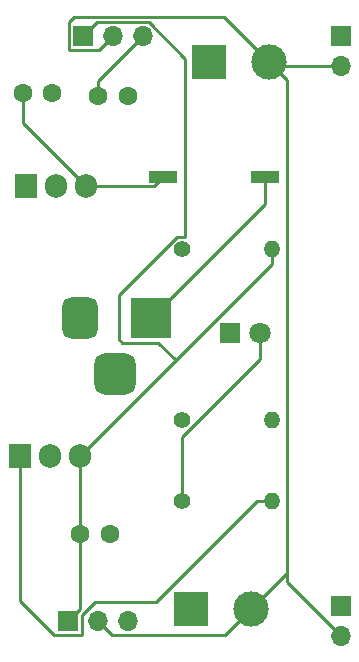
<source format=gtl>
%TF.GenerationSoftware,KiCad,Pcbnew,7.0.6*%
%TF.CreationDate,2023-08-31T21:11:47+05:30*%
%TF.ProjectId,bread board,62726561-6420-4626-9f61-72642e6b6963,rev?*%
%TF.SameCoordinates,Original*%
%TF.FileFunction,Copper,L1,Top*%
%TF.FilePolarity,Positive*%
%FSLAX46Y46*%
G04 Gerber Fmt 4.6, Leading zero omitted, Abs format (unit mm)*
G04 Created by KiCad (PCBNEW 7.0.6) date 2023-08-31 21:11:47*
%MOMM*%
%LPD*%
G01*
G04 APERTURE LIST*
G04 Aperture macros list*
%AMRoundRect*
0 Rectangle with rounded corners*
0 $1 Rounding radius*
0 $2 $3 $4 $5 $6 $7 $8 $9 X,Y pos of 4 corners*
0 Add a 4 corners polygon primitive as box body*
4,1,4,$2,$3,$4,$5,$6,$7,$8,$9,$2,$3,0*
0 Add four circle primitives for the rounded corners*
1,1,$1+$1,$2,$3*
1,1,$1+$1,$4,$5*
1,1,$1+$1,$6,$7*
1,1,$1+$1,$8,$9*
0 Add four rect primitives between the rounded corners*
20,1,$1+$1,$2,$3,$4,$5,0*
20,1,$1+$1,$4,$5,$6,$7,0*
20,1,$1+$1,$6,$7,$8,$9,0*
20,1,$1+$1,$8,$9,$2,$3,0*%
G04 Aperture macros list end*
%TA.AperFunction,ComponentPad*%
%ADD10C,1.400000*%
%TD*%
%TA.AperFunction,ComponentPad*%
%ADD11O,1.400000X1.400000*%
%TD*%
%TA.AperFunction,ComponentPad*%
%ADD12R,1.700000X1.700000*%
%TD*%
%TA.AperFunction,ComponentPad*%
%ADD13O,1.700000X1.700000*%
%TD*%
%TA.AperFunction,ComponentPad*%
%ADD14C,1.600000*%
%TD*%
%TA.AperFunction,ComponentPad*%
%ADD15R,1.800000X1.800000*%
%TD*%
%TA.AperFunction,ComponentPad*%
%ADD16C,1.800000*%
%TD*%
%TA.AperFunction,SMDPad,CuDef*%
%ADD17R,2.440000X1.120000*%
%TD*%
%TA.AperFunction,ComponentPad*%
%ADD18R,1.905000X2.000000*%
%TD*%
%TA.AperFunction,ComponentPad*%
%ADD19O,1.905000X2.000000*%
%TD*%
%TA.AperFunction,ComponentPad*%
%ADD20R,3.500000X3.500000*%
%TD*%
%TA.AperFunction,ComponentPad*%
%ADD21RoundRect,0.750000X-0.750000X-1.000000X0.750000X-1.000000X0.750000X1.000000X-0.750000X1.000000X0*%
%TD*%
%TA.AperFunction,ComponentPad*%
%ADD22RoundRect,0.875000X-0.875000X-0.875000X0.875000X-0.875000X0.875000X0.875000X-0.875000X0.875000X0*%
%TD*%
%TA.AperFunction,ComponentPad*%
%ADD23R,3.000000X3.000000*%
%TD*%
%TA.AperFunction,ComponentPad*%
%ADD24C,3.000000*%
%TD*%
%TA.AperFunction,Conductor*%
%ADD25C,0.250000*%
%TD*%
G04 APERTURE END LIST*
D10*
%TO.P,R1,1*%
%TO.N,Net-(R1-Pad1)*%
X111488000Y-99060000D03*
D11*
%TO.P,R1,2*%
%TO.N,/3.3v*%
X119108000Y-99060000D03*
%TD*%
D12*
%TO.P,J3,1,Pin_1*%
%TO.N,/3.3v*%
X103124000Y-81026000D03*
D13*
%TO.P,J3,2,Pin_2*%
%TO.N,/PWR_output*%
X105664000Y-81026000D03*
%TO.P,J3,3,Pin_3*%
%TO.N,/5V*%
X108204000Y-81026000D03*
%TD*%
D14*
%TO.P,C2,1*%
%TO.N,/5V*%
X104434000Y-86106000D03*
%TO.P,C2,2*%
%TO.N,GND*%
X106934000Y-86106000D03*
%TD*%
%TO.P,C1,1*%
%TO.N,/12V*%
X98044000Y-85852000D03*
%TO.P,C1,2*%
%TO.N,GND*%
X100544000Y-85852000D03*
%TD*%
D15*
%TO.P,D1,1,K*%
%TO.N,GND*%
X115558000Y-106172000D03*
D16*
%TO.P,D1,2,A*%
%TO.N,Net-(D1-A)*%
X118098000Y-106172000D03*
%TD*%
D17*
%TO.P,SW1,1,A*%
%TO.N,/12V*%
X109953000Y-92964000D03*
%TO.P,SW1,2,B*%
%TO.N,/PWR_input*%
X118563000Y-92964000D03*
%TD*%
D12*
%TO.P,J7,1,Pin_1*%
%TO.N,/3.3v*%
X101854000Y-130556000D03*
D13*
%TO.P,J7,2,Pin_2*%
%TO.N,/PWR_output*%
X104394000Y-130556000D03*
%TO.P,J7,3,Pin_3*%
%TO.N,/5V*%
X106934000Y-130556000D03*
%TD*%
D10*
%TO.P,R2,1*%
%TO.N,Net-(D1-A)*%
X111488000Y-120396000D03*
D11*
%TO.P,R2,2*%
%TO.N,/12V*%
X119108000Y-120396000D03*
%TD*%
D18*
%TO.P,U2,1,ADJ*%
%TO.N,GND*%
X98298000Y-93726000D03*
D19*
%TO.P,U2,2,VO*%
%TO.N,/5V*%
X100838000Y-93726000D03*
%TO.P,U2,3,VI*%
%TO.N,/12V*%
X103378000Y-93726000D03*
%TD*%
D20*
%TO.P,J8,1*%
%TO.N,/PWR_input*%
X108870000Y-104902000D03*
D21*
%TO.P,J8,2*%
%TO.N,GND*%
X102870000Y-104902000D03*
D22*
%TO.P,J8,3*%
X105870000Y-109602000D03*
%TD*%
D18*
%TO.P,U1,1,VI*%
%TO.N,/12V*%
X97790000Y-116586000D03*
D19*
%TO.P,U1,2,GND*%
%TO.N,GND*%
X100330000Y-116586000D03*
%TO.P,U1,3,VO*%
%TO.N,/3.3v*%
X102870000Y-116586000D03*
%TD*%
D23*
%TO.P,J2,1,Pin_1*%
%TO.N,GND*%
X113792000Y-83226000D03*
D24*
%TO.P,J2,2,Pin_2*%
%TO.N,/PWR_output*%
X118872000Y-83226000D03*
%TD*%
D12*
%TO.P,J6,1,Pin_1*%
%TO.N,GND*%
X124968000Y-81026000D03*
D13*
%TO.P,J6,2,Pin_2*%
%TO.N,/PWR_output*%
X124968000Y-83566000D03*
%TD*%
D23*
%TO.P,J5,1,Pin_1*%
%TO.N,GND*%
X112268000Y-129540000D03*
D24*
%TO.P,J5,2,Pin_2*%
%TO.N,/PWR_output*%
X117348000Y-129540000D03*
%TD*%
D10*
%TO.P,R3,1*%
%TO.N,GND*%
X111488000Y-113538000D03*
D11*
%TO.P,R3,2*%
%TO.N,Net-(R1-Pad1)*%
X119108000Y-113538000D03*
%TD*%
D12*
%TO.P,J4,1,Pin_1*%
%TO.N,GND*%
X124968000Y-129286000D03*
D13*
%TO.P,J4,2,Pin_2*%
%TO.N,/PWR_output*%
X124968000Y-131826000D03*
%TD*%
D14*
%TO.P,C3,1*%
%TO.N,/3.3v*%
X102910000Y-123190000D03*
%TO.P,C3,2*%
%TO.N,GND*%
X105410000Y-123190000D03*
%TD*%
D25*
%TO.N,/12V*%
X104147500Y-128898896D02*
X109353104Y-128898896D01*
X109191000Y-93726000D02*
X109953000Y-92964000D01*
X103378000Y-93726000D02*
X109191000Y-93726000D01*
X97790000Y-116586000D02*
X97790000Y-128842000D01*
X98044000Y-88392000D02*
X103378000Y-93726000D01*
X103029000Y-130017396D02*
X104147500Y-128898896D01*
X100679000Y-131731000D02*
X103029000Y-131731000D01*
X103029000Y-131731000D02*
X103029000Y-130017396D01*
X117856000Y-120396000D02*
X119108000Y-120396000D01*
X109353104Y-128898896D02*
X117856000Y-120396000D01*
X97790000Y-128842000D02*
X100679000Y-131731000D01*
X98044000Y-85852000D02*
X98044000Y-88392000D01*
%TO.N,/5V*%
X108204000Y-81026000D02*
X104434000Y-84796000D01*
X104434000Y-84796000D02*
X104434000Y-86106000D01*
%TO.N,/3.3v*%
X111063431Y-98035000D02*
X106172000Y-102926431D01*
X104299000Y-79851000D02*
X108690701Y-79851000D01*
X106172000Y-106680000D02*
X106469000Y-106977000D01*
X110998000Y-108458000D02*
X102870000Y-116586000D01*
X102870000Y-116586000D02*
X102870000Y-129540000D01*
X109517000Y-106977000D02*
X110998000Y-108458000D01*
X106469000Y-106977000D02*
X109517000Y-106977000D01*
X119108000Y-99060000D02*
X119108000Y-100348000D01*
X111760000Y-98035000D02*
X111063431Y-98035000D01*
X119108000Y-100348000D02*
X110998000Y-108458000D01*
X108690701Y-79851000D02*
X111760000Y-82920299D01*
X111760000Y-82920299D02*
X111760000Y-98035000D01*
X106172000Y-102926431D02*
X106172000Y-106680000D01*
X103124000Y-81026000D02*
X104299000Y-79851000D01*
X102870000Y-129540000D02*
X101854000Y-130556000D01*
%TO.N,Net-(D1-A)*%
X118098000Y-108377569D02*
X118098000Y-106172000D01*
X111488000Y-120396000D02*
X111488000Y-114987569D01*
X111488000Y-114987569D02*
X118098000Y-108377569D01*
%TO.N,/PWR_output*%
X104489000Y-82201000D02*
X101949000Y-82201000D01*
X120396000Y-126492000D02*
X120396000Y-126238000D01*
X105664000Y-81026000D02*
X104489000Y-82201000D01*
X120396000Y-127254000D02*
X120396000Y-126238000D01*
X115157000Y-131731000D02*
X105569000Y-131731000D01*
X117348000Y-129540000D02*
X120396000Y-126492000D01*
X101949000Y-79851000D02*
X102399000Y-79401000D01*
X105569000Y-131731000D02*
X104394000Y-130556000D01*
X101949000Y-82201000D02*
X101949000Y-79851000D01*
X120396000Y-126238000D02*
X120396000Y-84750000D01*
X124968000Y-83566000D02*
X119212000Y-83566000D01*
X102399000Y-79401000D02*
X115047000Y-79401000D01*
X117348000Y-129540000D02*
X115157000Y-131731000D01*
X119212000Y-83566000D02*
X118872000Y-83226000D01*
X120396000Y-84750000D02*
X118872000Y-83226000D01*
X124968000Y-131826000D02*
X120396000Y-127254000D01*
X115047000Y-79401000D02*
X118872000Y-83226000D01*
%TO.N,/PWR_input*%
X118563000Y-95209000D02*
X118563000Y-92964000D01*
X108870000Y-104902000D02*
X118563000Y-95209000D01*
%TD*%
M02*

</source>
